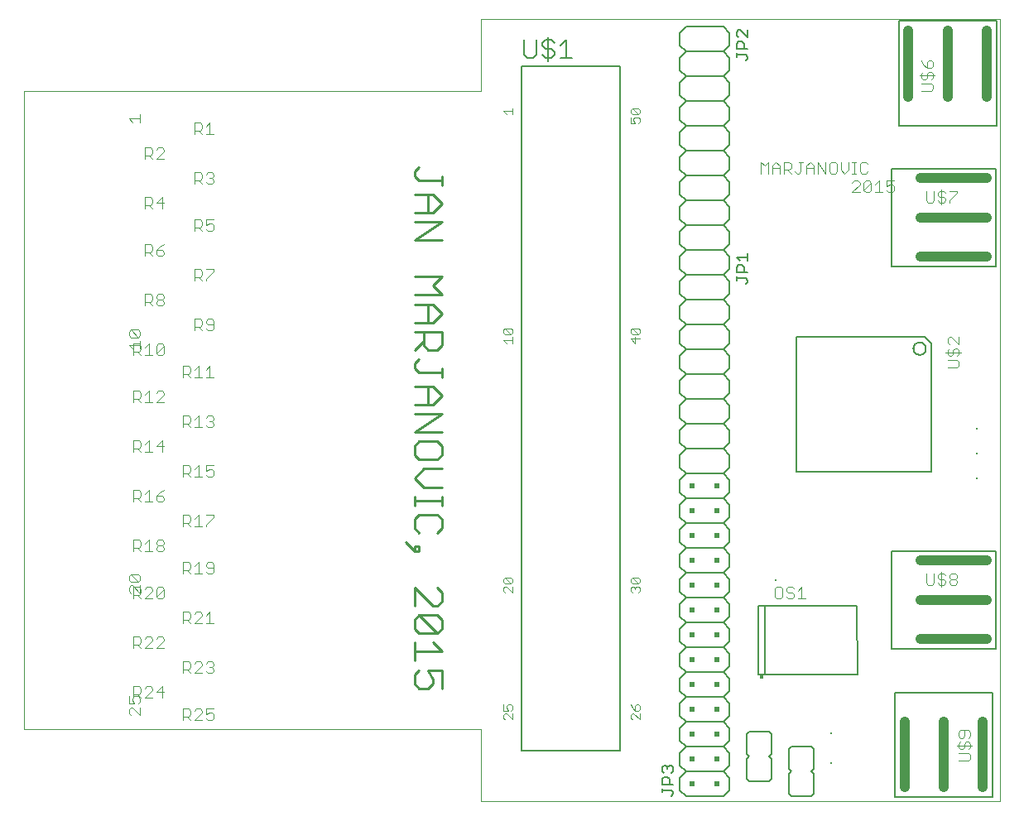
<source format=gto>
G75*
%MOIN*%
%OFA0B0*%
%FSLAX24Y24*%
%IPPOS*%
%LPD*%
%AMOC8*
5,1,8,0,0,1.08239X$1,22.5*
%
%ADD10C,0.0000*%
%ADD11C,0.0040*%
%ADD12C,0.0100*%
%ADD13C,0.0050*%
%ADD14C,0.0060*%
%ADD15C,0.0030*%
%ADD16R,0.0200X0.0200*%
%ADD17C,0.0080*%
%ADD18C,0.0400*%
%ADD19C,0.0157*%
%ADD20R,0.0098X0.0098*%
D10*
X000450Y003000D02*
X018850Y003000D01*
X018850Y000100D01*
X039720Y000100D01*
X039720Y031596D01*
X018850Y031596D01*
X018850Y028700D01*
X000450Y028700D01*
X000450Y003000D01*
D11*
X004653Y003648D02*
X004730Y003571D01*
X004653Y003648D02*
X004653Y003801D01*
X004730Y003878D01*
X004807Y003878D01*
X005114Y003571D01*
X005114Y003878D01*
X005037Y004031D02*
X005114Y004108D01*
X005114Y004261D01*
X005037Y004338D01*
X004884Y004338D01*
X004807Y004261D01*
X004807Y004185D01*
X004884Y004031D01*
X004653Y004031D01*
X004653Y004338D01*
X004839Y004270D02*
X004839Y004730D01*
X005069Y004730D01*
X005146Y004654D01*
X005146Y004500D01*
X005069Y004423D01*
X004839Y004423D01*
X004992Y004423D02*
X005146Y004270D01*
X005299Y004270D02*
X005606Y004577D01*
X005606Y004654D01*
X005529Y004730D01*
X005376Y004730D01*
X005299Y004654D01*
X005299Y004270D02*
X005606Y004270D01*
X005760Y004500D02*
X006067Y004500D01*
X005990Y004270D02*
X005990Y004730D01*
X005760Y004500D01*
X006839Y003830D02*
X007069Y003830D01*
X007146Y003754D01*
X007146Y003600D01*
X007069Y003523D01*
X006839Y003523D01*
X006839Y003370D02*
X006839Y003830D01*
X006992Y003523D02*
X007146Y003370D01*
X007299Y003370D02*
X007606Y003677D01*
X007606Y003754D01*
X007529Y003830D01*
X007376Y003830D01*
X007299Y003754D01*
X007299Y003370D02*
X007606Y003370D01*
X007760Y003447D02*
X007836Y003370D01*
X007990Y003370D01*
X008067Y003447D01*
X008067Y003600D01*
X007990Y003677D01*
X007913Y003677D01*
X007760Y003600D01*
X007760Y003830D01*
X008067Y003830D01*
X007990Y005270D02*
X007836Y005270D01*
X007760Y005347D01*
X007606Y005270D02*
X007299Y005270D01*
X007606Y005577D01*
X007606Y005654D01*
X007529Y005730D01*
X007376Y005730D01*
X007299Y005654D01*
X007146Y005654D02*
X007069Y005730D01*
X006839Y005730D01*
X006839Y005270D01*
X006839Y005423D02*
X007069Y005423D01*
X007146Y005500D01*
X007146Y005654D01*
X006992Y005423D02*
X007146Y005270D01*
X007760Y005654D02*
X007836Y005730D01*
X007990Y005730D01*
X008067Y005654D01*
X008067Y005577D01*
X007990Y005500D01*
X008067Y005423D01*
X008067Y005347D01*
X007990Y005270D01*
X007990Y005500D02*
X007913Y005500D01*
X006067Y006270D02*
X005760Y006270D01*
X006067Y006577D01*
X006067Y006654D01*
X005990Y006730D01*
X005836Y006730D01*
X005760Y006654D01*
X005606Y006654D02*
X005529Y006730D01*
X005376Y006730D01*
X005299Y006654D01*
X005146Y006654D02*
X005069Y006730D01*
X004839Y006730D01*
X004839Y006270D01*
X004839Y006423D02*
X005069Y006423D01*
X005146Y006500D01*
X005146Y006654D01*
X004992Y006423D02*
X005146Y006270D01*
X005299Y006270D02*
X005606Y006577D01*
X005606Y006654D01*
X005606Y006270D02*
X005299Y006270D01*
X006839Y007270D02*
X006839Y007730D01*
X007069Y007730D01*
X007146Y007654D01*
X007146Y007500D01*
X007069Y007423D01*
X006839Y007423D01*
X006992Y007423D02*
X007146Y007270D01*
X007299Y007270D02*
X007606Y007577D01*
X007606Y007654D01*
X007529Y007730D01*
X007376Y007730D01*
X007299Y007654D01*
X007760Y007577D02*
X007913Y007730D01*
X007913Y007270D01*
X007760Y007270D02*
X008067Y007270D01*
X007606Y007270D02*
X007299Y007270D01*
X006067Y008347D02*
X005990Y008270D01*
X005836Y008270D01*
X005760Y008347D01*
X006067Y008654D01*
X006067Y008347D01*
X006067Y008654D02*
X005990Y008730D01*
X005836Y008730D01*
X005760Y008654D01*
X005760Y008347D01*
X005606Y008270D02*
X005299Y008270D01*
X005606Y008577D01*
X005606Y008654D01*
X005529Y008730D01*
X005376Y008730D01*
X005299Y008654D01*
X005146Y008654D02*
X005146Y008500D01*
X005069Y008423D01*
X004839Y008423D01*
X004730Y008492D02*
X004653Y008569D01*
X004653Y008722D01*
X004730Y008799D01*
X004807Y008799D01*
X005114Y008492D01*
X005114Y008799D01*
X005069Y008730D02*
X005146Y008654D01*
X005069Y008730D02*
X004839Y008730D01*
X004839Y008270D01*
X004992Y008423D02*
X005146Y008270D01*
X005037Y008953D02*
X004730Y008953D01*
X004653Y009029D01*
X004653Y009183D01*
X004730Y009259D01*
X005037Y008953D01*
X005114Y009029D01*
X005114Y009183D01*
X005037Y009259D01*
X004730Y009259D01*
X004839Y010170D02*
X004839Y010630D01*
X005069Y010630D01*
X005146Y010554D01*
X005146Y010400D01*
X005069Y010323D01*
X004839Y010323D01*
X004992Y010323D02*
X005146Y010170D01*
X005299Y010170D02*
X005606Y010170D01*
X005453Y010170D02*
X005453Y010630D01*
X005299Y010477D01*
X005760Y010477D02*
X005836Y010400D01*
X005990Y010400D01*
X006067Y010323D01*
X006067Y010247D01*
X005990Y010170D01*
X005836Y010170D01*
X005760Y010247D01*
X005760Y010323D01*
X005836Y010400D01*
X005760Y010477D02*
X005760Y010554D01*
X005836Y010630D01*
X005990Y010630D01*
X006067Y010554D01*
X006067Y010477D01*
X005990Y010400D01*
X006839Y009730D02*
X007069Y009730D01*
X007146Y009654D01*
X007146Y009500D01*
X007069Y009423D01*
X006839Y009423D01*
X006839Y009270D02*
X006839Y009730D01*
X006992Y009423D02*
X007146Y009270D01*
X007299Y009270D02*
X007606Y009270D01*
X007453Y009270D02*
X007453Y009730D01*
X007299Y009577D01*
X007760Y009577D02*
X007836Y009500D01*
X008067Y009500D01*
X008067Y009347D02*
X008067Y009654D01*
X007990Y009730D01*
X007836Y009730D01*
X007760Y009654D01*
X007760Y009577D01*
X007760Y009347D02*
X007836Y009270D01*
X007990Y009270D01*
X008067Y009347D01*
X007760Y011170D02*
X007760Y011247D01*
X008067Y011554D01*
X008067Y011630D01*
X007760Y011630D01*
X007453Y011630D02*
X007453Y011170D01*
X007606Y011170D02*
X007299Y011170D01*
X007146Y011170D02*
X006992Y011323D01*
X007069Y011323D02*
X006839Y011323D01*
X006839Y011170D02*
X006839Y011630D01*
X007069Y011630D01*
X007146Y011554D01*
X007146Y011400D01*
X007069Y011323D01*
X007299Y011477D02*
X007453Y011630D01*
X006067Y012247D02*
X006067Y012323D01*
X005990Y012400D01*
X005760Y012400D01*
X005760Y012247D01*
X005836Y012170D01*
X005990Y012170D01*
X006067Y012247D01*
X005913Y012554D02*
X005760Y012400D01*
X005913Y012554D02*
X006067Y012630D01*
X005606Y012170D02*
X005299Y012170D01*
X005146Y012170D02*
X004992Y012323D01*
X005069Y012323D02*
X004839Y012323D01*
X004839Y012170D02*
X004839Y012630D01*
X005069Y012630D01*
X005146Y012554D01*
X005146Y012400D01*
X005069Y012323D01*
X005299Y012477D02*
X005453Y012630D01*
X005453Y012170D01*
X006839Y013170D02*
X006839Y013630D01*
X007069Y013630D01*
X007146Y013554D01*
X007146Y013400D01*
X007069Y013323D01*
X006839Y013323D01*
X006992Y013323D02*
X007146Y013170D01*
X007299Y013170D02*
X007606Y013170D01*
X007453Y013170D02*
X007453Y013630D01*
X007299Y013477D01*
X007760Y013400D02*
X007760Y013630D01*
X008067Y013630D01*
X007990Y013477D02*
X007913Y013477D01*
X007760Y013400D01*
X007760Y013247D02*
X007836Y013170D01*
X007990Y013170D01*
X008067Y013247D01*
X008067Y013400D01*
X007990Y013477D01*
X007990Y015170D02*
X007836Y015170D01*
X007760Y015247D01*
X007606Y015170D02*
X007299Y015170D01*
X007146Y015170D02*
X006992Y015323D01*
X007069Y015323D02*
X006839Y015323D01*
X006839Y015170D02*
X006839Y015630D01*
X007069Y015630D01*
X007146Y015554D01*
X007146Y015400D01*
X007069Y015323D01*
X007299Y015477D02*
X007453Y015630D01*
X007453Y015170D01*
X007913Y015400D02*
X007990Y015400D01*
X008067Y015323D01*
X008067Y015247D01*
X007990Y015170D01*
X007990Y015400D02*
X008067Y015477D01*
X008067Y015554D01*
X007990Y015630D01*
X007836Y015630D01*
X007760Y015554D01*
X006067Y016170D02*
X005760Y016170D01*
X006067Y016477D01*
X006067Y016554D01*
X005990Y016630D01*
X005836Y016630D01*
X005760Y016554D01*
X005453Y016630D02*
X005453Y016170D01*
X005606Y016170D02*
X005299Y016170D01*
X005146Y016170D02*
X004992Y016323D01*
X005069Y016323D02*
X004839Y016323D01*
X004839Y016170D02*
X004839Y016630D01*
X005069Y016630D01*
X005146Y016554D01*
X005146Y016400D01*
X005069Y016323D01*
X005299Y016477D02*
X005453Y016630D01*
X006839Y017170D02*
X006839Y017630D01*
X007069Y017630D01*
X007146Y017554D01*
X007146Y017400D01*
X007069Y017323D01*
X006839Y017323D01*
X006992Y017323D02*
X007146Y017170D01*
X007299Y017170D02*
X007606Y017170D01*
X007453Y017170D02*
X007453Y017630D01*
X007299Y017477D01*
X007760Y017477D02*
X007913Y017630D01*
X007913Y017170D01*
X007760Y017170D02*
X008067Y017170D01*
X006067Y018147D02*
X005990Y018070D01*
X005836Y018070D01*
X005760Y018147D01*
X006067Y018454D01*
X006067Y018147D01*
X006067Y018454D02*
X005990Y018530D01*
X005836Y018530D01*
X005760Y018454D01*
X005760Y018147D01*
X005606Y018070D02*
X005299Y018070D01*
X005146Y018070D02*
X004992Y018223D01*
X005069Y018223D02*
X004839Y018223D01*
X004807Y018335D02*
X004653Y018488D01*
X005114Y018488D01*
X005146Y018454D02*
X005146Y018300D01*
X005069Y018223D01*
X005114Y018335D02*
X005114Y018642D01*
X005069Y018530D02*
X005146Y018454D01*
X005069Y018530D02*
X004839Y018530D01*
X004839Y018070D01*
X005299Y018377D02*
X005453Y018530D01*
X005453Y018070D01*
X005037Y018795D02*
X004730Y018795D01*
X004653Y018872D01*
X004653Y019025D01*
X004730Y019102D01*
X005037Y018795D01*
X005114Y018872D01*
X005114Y019025D01*
X005037Y019102D01*
X004730Y019102D01*
X005299Y020070D02*
X005299Y020530D01*
X005529Y020530D01*
X005606Y020454D01*
X005606Y020300D01*
X005529Y020223D01*
X005299Y020223D01*
X005453Y020223D02*
X005606Y020070D01*
X005760Y020147D02*
X005760Y020223D01*
X005836Y020300D01*
X005990Y020300D01*
X006067Y020223D01*
X006067Y020147D01*
X005990Y020070D01*
X005836Y020070D01*
X005760Y020147D01*
X005836Y020300D02*
X005760Y020377D01*
X005760Y020454D01*
X005836Y020530D01*
X005990Y020530D01*
X006067Y020454D01*
X006067Y020377D01*
X005990Y020300D01*
X007299Y019530D02*
X007529Y019530D01*
X007606Y019454D01*
X007606Y019300D01*
X007529Y019223D01*
X007299Y019223D01*
X007299Y019070D02*
X007299Y019530D01*
X007453Y019223D02*
X007606Y019070D01*
X007760Y019147D02*
X007836Y019070D01*
X007990Y019070D01*
X008067Y019147D01*
X008067Y019454D01*
X007990Y019530D01*
X007836Y019530D01*
X007760Y019454D01*
X007760Y019377D01*
X007836Y019300D01*
X008067Y019300D01*
X007760Y021070D02*
X007760Y021147D01*
X008067Y021454D01*
X008067Y021530D01*
X007760Y021530D01*
X007606Y021454D02*
X007606Y021300D01*
X007529Y021223D01*
X007299Y021223D01*
X007299Y021070D02*
X007299Y021530D01*
X007529Y021530D01*
X007606Y021454D01*
X007453Y021223D02*
X007606Y021070D01*
X006067Y022147D02*
X006067Y022223D01*
X005990Y022300D01*
X005760Y022300D01*
X005760Y022147D01*
X005836Y022070D01*
X005990Y022070D01*
X006067Y022147D01*
X005913Y022454D02*
X005760Y022300D01*
X005606Y022300D02*
X005529Y022223D01*
X005299Y022223D01*
X005299Y022070D02*
X005299Y022530D01*
X005529Y022530D01*
X005606Y022454D01*
X005606Y022300D01*
X005453Y022223D02*
X005606Y022070D01*
X005913Y022454D02*
X006067Y022530D01*
X007299Y023070D02*
X007299Y023530D01*
X007529Y023530D01*
X007606Y023454D01*
X007606Y023300D01*
X007529Y023223D01*
X007299Y023223D01*
X007453Y023223D02*
X007606Y023070D01*
X007760Y023147D02*
X007836Y023070D01*
X007990Y023070D01*
X008067Y023147D01*
X008067Y023300D01*
X007990Y023377D01*
X007913Y023377D01*
X007760Y023300D01*
X007760Y023530D01*
X008067Y023530D01*
X007990Y024970D02*
X007836Y024970D01*
X007760Y025047D01*
X007606Y024970D02*
X007453Y025123D01*
X007529Y025123D02*
X007299Y025123D01*
X007299Y024970D02*
X007299Y025430D01*
X007529Y025430D01*
X007606Y025354D01*
X007606Y025200D01*
X007529Y025123D01*
X007760Y025354D02*
X007836Y025430D01*
X007990Y025430D01*
X008067Y025354D01*
X008067Y025277D01*
X007990Y025200D01*
X008067Y025123D01*
X008067Y025047D01*
X007990Y024970D01*
X007990Y025200D02*
X007913Y025200D01*
X006067Y025970D02*
X005760Y025970D01*
X006067Y026277D01*
X006067Y026354D01*
X005990Y026430D01*
X005836Y026430D01*
X005760Y026354D01*
X005606Y026354D02*
X005606Y026200D01*
X005529Y026123D01*
X005299Y026123D01*
X005299Y025970D02*
X005299Y026430D01*
X005529Y026430D01*
X005606Y026354D01*
X005453Y026123D02*
X005606Y025970D01*
X005529Y024430D02*
X005606Y024354D01*
X005606Y024200D01*
X005529Y024123D01*
X005299Y024123D01*
X005299Y023970D02*
X005299Y024430D01*
X005529Y024430D01*
X005453Y024123D02*
X005606Y023970D01*
X005760Y024200D02*
X006067Y024200D01*
X005990Y023970D02*
X005990Y024430D01*
X005760Y024200D01*
X007299Y026970D02*
X007299Y027430D01*
X007529Y027430D01*
X007606Y027354D01*
X007606Y027200D01*
X007529Y027123D01*
X007299Y027123D01*
X007453Y027123D02*
X007606Y026970D01*
X007760Y026970D02*
X008067Y026970D01*
X007913Y026970D02*
X007913Y027430D01*
X007760Y027277D01*
X005114Y027456D02*
X005114Y027763D01*
X005114Y027610D02*
X004653Y027610D01*
X004807Y027456D01*
X004839Y014630D02*
X005069Y014630D01*
X005146Y014554D01*
X005146Y014400D01*
X005069Y014323D01*
X004839Y014323D01*
X004839Y014170D02*
X004839Y014630D01*
X004992Y014323D02*
X005146Y014170D01*
X005299Y014170D02*
X005606Y014170D01*
X005453Y014170D02*
X005453Y014630D01*
X005299Y014477D01*
X005760Y014400D02*
X006067Y014400D01*
X005990Y014170D02*
X005990Y014630D01*
X005760Y014400D01*
X030100Y025390D02*
X030100Y025850D01*
X030253Y025697D01*
X030407Y025850D01*
X030407Y025390D01*
X030560Y025390D02*
X030560Y025697D01*
X030714Y025850D01*
X030867Y025697D01*
X030867Y025390D01*
X031021Y025390D02*
X031021Y025850D01*
X031251Y025850D01*
X031328Y025774D01*
X031328Y025620D01*
X031251Y025543D01*
X031021Y025543D01*
X031174Y025543D02*
X031328Y025390D01*
X031481Y025467D02*
X031558Y025390D01*
X031635Y025390D01*
X031711Y025467D01*
X031711Y025850D01*
X031635Y025850D02*
X031788Y025850D01*
X031942Y025697D02*
X031942Y025390D01*
X031942Y025620D02*
X032248Y025620D01*
X032248Y025697D02*
X032248Y025390D01*
X032402Y025390D02*
X032402Y025850D01*
X032709Y025390D01*
X032709Y025850D01*
X032862Y025774D02*
X032862Y025467D01*
X032939Y025390D01*
X033093Y025390D01*
X033169Y025467D01*
X033169Y025774D01*
X033093Y025850D01*
X032939Y025850D01*
X032862Y025774D01*
X033323Y025850D02*
X033323Y025543D01*
X033476Y025390D01*
X033630Y025543D01*
X033630Y025850D01*
X033783Y025850D02*
X033937Y025850D01*
X033860Y025850D02*
X033860Y025390D01*
X033783Y025390D02*
X033937Y025390D01*
X034090Y025467D02*
X034167Y025390D01*
X034320Y025390D01*
X034397Y025467D01*
X034397Y025774D02*
X034320Y025850D01*
X034167Y025850D01*
X034090Y025774D01*
X034090Y025467D01*
X034013Y025100D02*
X033860Y025100D01*
X033783Y025024D01*
X034013Y025100D02*
X034090Y025024D01*
X034090Y024947D01*
X033783Y024640D01*
X034090Y024640D01*
X034244Y024717D02*
X034550Y025024D01*
X034550Y024717D01*
X034474Y024640D01*
X034320Y024640D01*
X034244Y024717D01*
X034244Y025024D01*
X034320Y025100D01*
X034474Y025100D01*
X034550Y025024D01*
X034704Y024947D02*
X034857Y025100D01*
X034857Y024640D01*
X034704Y024640D02*
X035011Y024640D01*
X035164Y024717D02*
X035241Y024640D01*
X035395Y024640D01*
X035471Y024717D01*
X035471Y024870D01*
X035395Y024947D01*
X035318Y024947D01*
X035164Y024870D01*
X035164Y025100D01*
X035471Y025100D01*
X036770Y024680D02*
X036770Y024297D01*
X036847Y024220D01*
X037000Y024220D01*
X037077Y024297D01*
X037077Y024680D01*
X037230Y024604D02*
X037307Y024680D01*
X037461Y024680D01*
X037537Y024604D01*
X037691Y024680D02*
X037998Y024680D01*
X037998Y024604D01*
X037691Y024297D01*
X037691Y024220D01*
X037537Y024297D02*
X037537Y024373D01*
X037461Y024450D01*
X037307Y024450D01*
X037230Y024527D01*
X037230Y024604D01*
X037384Y024757D02*
X037384Y024143D01*
X037307Y024220D02*
X037461Y024220D01*
X037537Y024297D01*
X037307Y024220D02*
X037230Y024297D01*
X032248Y025697D02*
X032095Y025850D01*
X031942Y025697D01*
X030867Y025620D02*
X030560Y025620D01*
X036570Y028720D02*
X036953Y028720D01*
X037030Y028797D01*
X037030Y028950D01*
X036953Y029027D01*
X036570Y029027D01*
X036646Y029180D02*
X036570Y029257D01*
X036570Y029411D01*
X036646Y029487D01*
X036800Y029411D02*
X036877Y029487D01*
X036953Y029487D01*
X037030Y029411D01*
X037030Y029257D01*
X036953Y029180D01*
X036800Y029257D02*
X036723Y029180D01*
X036646Y029180D01*
X036800Y029257D02*
X036800Y029411D01*
X036800Y029641D02*
X036800Y029871D01*
X036877Y029948D01*
X036953Y029948D01*
X037030Y029871D01*
X037030Y029718D01*
X036953Y029641D01*
X036800Y029641D01*
X036646Y029794D01*
X036570Y029948D01*
X036493Y029334D02*
X037107Y029334D01*
X037696Y018809D02*
X037619Y018733D01*
X037619Y018579D01*
X037696Y018502D01*
X037696Y018349D02*
X037619Y018272D01*
X037619Y018119D01*
X037696Y018042D01*
X037773Y018042D01*
X037849Y018119D01*
X037849Y018272D01*
X037926Y018349D01*
X038003Y018349D01*
X038080Y018272D01*
X038080Y018119D01*
X038003Y018042D01*
X038003Y017888D02*
X037619Y017888D01*
X037619Y017582D02*
X038003Y017582D01*
X038080Y017658D01*
X038080Y017812D01*
X038003Y017888D01*
X038156Y018195D02*
X037542Y018195D01*
X038080Y018502D02*
X037773Y018809D01*
X037696Y018809D01*
X038080Y018809D02*
X038080Y018502D01*
X037384Y009357D02*
X037384Y008743D01*
X037307Y008820D02*
X037461Y008820D01*
X037537Y008897D01*
X037537Y008973D01*
X037461Y009050D01*
X037307Y009050D01*
X037230Y009127D01*
X037230Y009204D01*
X037307Y009280D01*
X037461Y009280D01*
X037537Y009204D01*
X037691Y009204D02*
X037691Y009127D01*
X037768Y009050D01*
X037921Y009050D01*
X037998Y008973D01*
X037998Y008897D01*
X037921Y008820D01*
X037768Y008820D01*
X037691Y008897D01*
X037691Y008973D01*
X037768Y009050D01*
X037921Y009050D02*
X037998Y009127D01*
X037998Y009204D01*
X037921Y009280D01*
X037768Y009280D01*
X037691Y009204D01*
X037307Y008820D02*
X037230Y008897D01*
X037077Y008897D02*
X037077Y009280D01*
X036770Y009280D02*
X036770Y008897D01*
X036847Y008820D01*
X037000Y008820D01*
X037077Y008897D01*
X031894Y008279D02*
X031587Y008279D01*
X031741Y008279D02*
X031741Y008740D01*
X031587Y008586D01*
X031434Y008663D02*
X031357Y008740D01*
X031204Y008740D01*
X031127Y008663D01*
X031127Y008586D01*
X031204Y008510D01*
X031357Y008510D01*
X031434Y008433D01*
X031434Y008356D01*
X031357Y008279D01*
X031204Y008279D01*
X031127Y008356D01*
X030973Y008356D02*
X030973Y008663D01*
X030897Y008740D01*
X030743Y008740D01*
X030666Y008663D01*
X030666Y008356D01*
X030743Y008279D01*
X030897Y008279D01*
X030973Y008356D01*
X038070Y002890D02*
X038070Y002736D01*
X038146Y002660D01*
X038223Y002660D01*
X038300Y002736D01*
X038300Y002967D01*
X038453Y002967D02*
X038146Y002967D01*
X038070Y002890D01*
X038453Y002967D02*
X038530Y002890D01*
X038530Y002736D01*
X038453Y002660D01*
X038453Y002506D02*
X038377Y002506D01*
X038300Y002429D01*
X038300Y002276D01*
X038223Y002199D01*
X038146Y002199D01*
X038070Y002276D01*
X038070Y002429D01*
X038146Y002506D01*
X037993Y002353D02*
X038607Y002353D01*
X038530Y002429D02*
X038453Y002506D01*
X038530Y002429D02*
X038530Y002276D01*
X038453Y002199D01*
X038453Y002046D02*
X038070Y002046D01*
X038070Y001739D02*
X038453Y001739D01*
X038530Y001816D01*
X038530Y001969D01*
X038453Y002046D01*
D12*
X017261Y004659D02*
X017261Y005393D01*
X016710Y005393D01*
X016894Y005026D01*
X016894Y004842D01*
X016710Y004659D01*
X016343Y004659D01*
X016160Y004842D01*
X016160Y005209D01*
X016343Y005393D01*
X016160Y005209D01*
X016160Y004842D01*
X016343Y004659D01*
X016710Y004659D01*
X016894Y004842D01*
X016894Y005026D01*
X016710Y005393D01*
X017261Y005393D01*
X017261Y004659D01*
X016160Y005764D02*
X016160Y006498D01*
X016160Y005764D01*
X016160Y006131D02*
X017261Y006131D01*
X016894Y006498D01*
X017261Y006131D01*
X016160Y006131D01*
X016343Y006869D02*
X016160Y007052D01*
X016160Y007419D01*
X016343Y007603D01*
X017077Y006869D01*
X016343Y006869D01*
X016160Y007052D01*
X016160Y007419D01*
X016343Y007603D01*
X017077Y007603D01*
X017261Y007419D01*
X017261Y007052D01*
X017077Y006869D01*
X016343Y007603D01*
X017077Y007603D01*
X017261Y007419D01*
X017261Y007052D01*
X017077Y006869D01*
X016343Y006869D01*
X016160Y007974D02*
X016160Y008708D01*
X016894Y007974D01*
X017077Y007974D01*
X017261Y008157D01*
X017261Y008524D01*
X017077Y008708D01*
X017261Y008524D01*
X017261Y008157D01*
X017077Y007974D01*
X016894Y007974D01*
X016160Y008708D01*
X016160Y007974D01*
X016160Y010182D02*
X016160Y010366D01*
X016343Y010366D01*
X016343Y010182D01*
X016160Y010182D01*
X015793Y010549D01*
X016160Y010182D01*
X016160Y010366D01*
X016343Y010366D01*
X016343Y010182D01*
X016160Y010182D01*
X016343Y010920D02*
X016160Y011104D01*
X016160Y011471D01*
X016343Y011654D01*
X017077Y011654D01*
X017261Y011471D01*
X017261Y011104D01*
X017077Y010920D01*
X017261Y011104D01*
X017261Y011471D01*
X017077Y011654D01*
X016343Y011654D01*
X016160Y011471D01*
X016160Y011104D01*
X016343Y010920D01*
X016160Y012024D02*
X016160Y012391D01*
X016160Y012024D01*
X016160Y012207D02*
X017261Y012207D01*
X016160Y012207D01*
X016527Y012762D02*
X017261Y012762D01*
X016527Y012762D01*
X016160Y013129D01*
X016527Y013496D01*
X017261Y013496D01*
X016527Y013496D01*
X016160Y013129D01*
X016527Y012762D01*
X017261Y012391D02*
X017261Y012024D01*
X017261Y012391D01*
X017077Y013867D02*
X016343Y013867D01*
X016160Y014050D01*
X016160Y014417D01*
X016343Y014601D01*
X017077Y014601D01*
X017261Y014417D01*
X017261Y014050D01*
X017077Y013867D01*
X017261Y014050D01*
X017261Y014417D01*
X017077Y014601D01*
X016343Y014601D01*
X016160Y014417D01*
X016160Y014050D01*
X016343Y013867D01*
X017077Y013867D01*
X017261Y014972D02*
X016160Y014972D01*
X017261Y015706D01*
X016160Y015706D01*
X017261Y015706D01*
X016160Y014972D01*
X017261Y014972D01*
X016894Y016076D02*
X016160Y016076D01*
X016894Y016076D01*
X017261Y016443D01*
X016894Y016810D01*
X016160Y016810D01*
X016894Y016810D01*
X017261Y016443D01*
X016894Y016076D01*
X016710Y016076D02*
X016710Y016810D01*
X016710Y016076D01*
X017261Y017181D02*
X017261Y017548D01*
X017261Y017181D01*
X017261Y017365D02*
X016343Y017365D01*
X016160Y017548D01*
X016160Y017732D01*
X016343Y017915D01*
X016160Y017732D01*
X016160Y017548D01*
X016343Y017365D01*
X017261Y017365D01*
X017077Y018286D02*
X016710Y018286D01*
X016527Y018470D01*
X016527Y019020D01*
X016527Y018470D01*
X016710Y018286D01*
X017077Y018286D01*
X017261Y018470D01*
X017261Y019020D01*
X016160Y019020D01*
X017261Y019020D01*
X017261Y018470D01*
X017077Y018286D01*
X016527Y018653D02*
X016160Y018286D01*
X016527Y018653D01*
X016710Y019391D02*
X016710Y020125D01*
X016710Y019391D01*
X016894Y019391D02*
X016160Y019391D01*
X016894Y019391D01*
X017261Y019758D01*
X016894Y020125D01*
X016160Y020125D01*
X016894Y020125D01*
X017261Y019758D01*
X016894Y019391D01*
X017261Y020496D02*
X016160Y020496D01*
X017261Y020496D01*
X016894Y020863D01*
X017261Y021230D01*
X016160Y021230D01*
X017261Y021230D01*
X016894Y020863D01*
X017261Y020496D01*
X017261Y022706D02*
X016160Y022706D01*
X017261Y023440D01*
X016160Y023440D01*
X017261Y023440D01*
X016160Y022706D01*
X017261Y022706D01*
X016894Y023811D02*
X016160Y023811D01*
X016894Y023811D01*
X017261Y024178D01*
X016894Y024545D01*
X016160Y024545D01*
X016894Y024545D01*
X017261Y024178D01*
X016894Y023811D01*
X016710Y023811D02*
X016710Y024545D01*
X016710Y023811D01*
X017261Y024916D02*
X017261Y025283D01*
X017261Y024916D01*
X017261Y025100D02*
X016343Y025100D01*
X016160Y025283D01*
X016160Y025467D01*
X016343Y025650D01*
X016160Y025467D01*
X016160Y025283D01*
X016343Y025100D01*
X017261Y025100D01*
D13*
X020474Y029700D02*
X020474Y002141D01*
X024450Y002141D01*
X024450Y029700D01*
X020474Y029700D01*
X029125Y030094D02*
X029125Y030244D01*
X029125Y030169D02*
X029500Y030169D01*
X029575Y030094D01*
X029575Y030019D01*
X029500Y029944D01*
X029575Y030404D02*
X029125Y030404D01*
X029125Y030629D01*
X029200Y030704D01*
X029350Y030704D01*
X029425Y030629D01*
X029425Y030404D01*
X029575Y030865D02*
X029275Y031165D01*
X029200Y031165D01*
X029125Y031090D01*
X029125Y030940D01*
X029200Y030865D01*
X029575Y030865D02*
X029575Y031165D01*
X035656Y031531D02*
X039593Y031531D01*
X039593Y027306D01*
X035656Y027306D01*
X035656Y031531D01*
X035356Y025594D02*
X035356Y021657D01*
X039581Y021657D01*
X039581Y025594D01*
X035356Y025594D01*
X029575Y022165D02*
X029575Y021865D01*
X029575Y022015D02*
X029125Y022015D01*
X029275Y021865D01*
X029350Y021704D02*
X029425Y021629D01*
X029425Y021404D01*
X029575Y021404D02*
X029125Y021404D01*
X029125Y021629D01*
X029200Y021704D01*
X029350Y021704D01*
X029125Y021244D02*
X029125Y021094D01*
X029125Y021169D02*
X029500Y021169D01*
X029575Y021094D01*
X029575Y021019D01*
X029500Y020944D01*
X035356Y010194D02*
X035356Y006257D01*
X039581Y006257D01*
X039581Y010194D01*
X035356Y010194D01*
X033973Y007978D02*
X034012Y005222D01*
X030284Y005222D01*
X029985Y005222D01*
X029985Y007978D01*
X033973Y007978D01*
X030284Y007962D02*
X030284Y005222D01*
X026575Y001471D02*
X026575Y001321D01*
X026500Y001246D01*
X026350Y001396D02*
X026350Y001471D01*
X026425Y001546D01*
X026500Y001546D01*
X026575Y001471D01*
X026350Y001471D02*
X026275Y001546D01*
X026200Y001546D01*
X026125Y001471D01*
X026125Y001321D01*
X026200Y001246D01*
X026200Y001086D02*
X026350Y001086D01*
X026425Y001011D01*
X026425Y000785D01*
X026575Y000785D02*
X026125Y000785D01*
X026125Y001011D01*
X026200Y001086D01*
X026125Y000625D02*
X026125Y000475D01*
X026125Y000550D02*
X026500Y000550D01*
X026575Y000475D01*
X026575Y000400D01*
X026500Y000325D01*
X035507Y000269D02*
X035507Y004494D01*
X039444Y004494D01*
X039444Y000269D01*
X035507Y000269D01*
D14*
X032250Y000400D02*
X032150Y000300D01*
X031350Y000300D01*
X031250Y000400D01*
X031250Y001200D01*
X031350Y001300D01*
X031250Y001400D01*
X031250Y002200D01*
X031350Y002300D01*
X032150Y002300D01*
X032250Y002200D01*
X032250Y001400D01*
X032150Y001300D01*
X032250Y001200D01*
X032250Y000400D01*
X030550Y001000D02*
X030550Y001800D01*
X030450Y001900D01*
X030550Y002000D01*
X030550Y002800D01*
X030450Y002900D01*
X029650Y002900D01*
X029550Y002800D01*
X029550Y002000D01*
X029650Y001900D01*
X029550Y001800D01*
X029550Y001000D01*
X029650Y000900D01*
X030450Y000900D01*
X030550Y001000D01*
X028850Y001050D02*
X028850Y000550D01*
X028600Y000300D01*
X027100Y000300D01*
X026850Y000550D01*
X026850Y001050D01*
X027100Y001300D01*
X028600Y001300D01*
X028850Y001550D01*
X028850Y002050D01*
X028600Y002300D01*
X027100Y002300D01*
X026850Y002550D01*
X026850Y003050D01*
X027100Y003300D01*
X028600Y003300D01*
X028850Y003550D01*
X028850Y004050D01*
X028600Y004300D01*
X027100Y004300D01*
X026850Y004550D01*
X026850Y005050D01*
X027100Y005300D01*
X028600Y005300D01*
X028850Y005550D01*
X028850Y006050D01*
X028600Y006300D01*
X027100Y006300D01*
X026850Y006550D01*
X026850Y007050D01*
X027100Y007300D01*
X028600Y007300D01*
X028850Y007050D01*
X028850Y006550D01*
X028600Y006300D01*
X028600Y005300D02*
X028850Y005050D01*
X028850Y004550D01*
X028600Y004300D01*
X028600Y003300D02*
X028850Y003050D01*
X028850Y002550D01*
X028600Y002300D01*
X028600Y001300D02*
X028850Y001050D01*
X027100Y001300D02*
X026850Y001550D01*
X026850Y002050D01*
X027100Y002300D01*
X027100Y003300D02*
X026850Y003550D01*
X026850Y004050D01*
X027100Y004300D01*
X027100Y005300D02*
X026850Y005550D01*
X026850Y006050D01*
X027100Y006300D01*
X027100Y007300D02*
X026850Y007550D01*
X026850Y008050D01*
X027100Y008300D01*
X028600Y008300D01*
X028850Y008050D01*
X028850Y007550D01*
X028600Y007300D01*
X028600Y008300D02*
X028850Y008550D01*
X028850Y009050D01*
X028600Y009300D01*
X027100Y009300D01*
X026850Y009550D01*
X026850Y010050D01*
X027100Y010300D01*
X028600Y010300D01*
X028850Y010050D01*
X028850Y009550D01*
X028600Y009300D01*
X028600Y010300D02*
X028850Y010550D01*
X028850Y011050D01*
X028600Y011300D01*
X027100Y011300D01*
X026850Y011550D01*
X026850Y012050D01*
X027100Y012300D01*
X026850Y012550D01*
X026850Y013050D01*
X027100Y013300D01*
X028600Y013300D01*
X028850Y013050D01*
X028850Y012550D01*
X028600Y012300D01*
X027100Y012300D01*
X027100Y011300D02*
X026850Y011050D01*
X026850Y010550D01*
X027100Y010300D01*
X027100Y009300D02*
X026850Y009050D01*
X026850Y008550D01*
X027100Y008300D01*
X028600Y011300D02*
X028850Y011550D01*
X028850Y012050D01*
X028600Y012300D01*
X028600Y013300D02*
X027100Y013300D01*
X026850Y013550D01*
X026850Y014050D01*
X027100Y014300D01*
X028600Y014300D01*
X028850Y014050D01*
X028850Y013550D01*
X028600Y013300D01*
X028600Y014300D02*
X028850Y014550D01*
X028850Y015050D01*
X028600Y015300D01*
X027100Y015300D01*
X026850Y015550D01*
X026850Y016050D01*
X027100Y016300D01*
X028600Y016300D01*
X028850Y016050D01*
X028850Y015550D01*
X028600Y015300D01*
X028600Y016300D02*
X028850Y016550D01*
X028850Y017050D01*
X028600Y017300D01*
X027100Y017300D01*
X026850Y017050D01*
X026850Y016550D01*
X027100Y016300D01*
X027100Y015300D02*
X026850Y015050D01*
X026850Y014550D01*
X027100Y014300D01*
X027100Y017300D02*
X026850Y017550D01*
X026850Y018050D01*
X027100Y018300D01*
X028600Y018300D01*
X028850Y018050D01*
X028850Y017550D01*
X028600Y017300D01*
X028600Y018300D02*
X028850Y018550D01*
X028850Y019050D01*
X028600Y019300D01*
X027100Y019300D01*
X026850Y019050D01*
X026850Y018550D01*
X027100Y018300D01*
X027100Y019300D02*
X026850Y019550D01*
X026850Y020050D01*
X027100Y020300D01*
X028600Y020300D01*
X028850Y020050D01*
X028850Y019550D01*
X028600Y019300D01*
X028600Y020300D02*
X028850Y020550D01*
X028850Y021050D01*
X028600Y021300D01*
X027100Y021300D01*
X026850Y021050D01*
X026850Y020550D01*
X027100Y020300D01*
X027100Y021300D02*
X026850Y021550D01*
X026850Y022050D01*
X027100Y022300D01*
X028600Y022300D01*
X028850Y022550D01*
X028850Y023050D01*
X028600Y023300D01*
X027100Y023300D01*
X026850Y023050D01*
X026850Y022550D01*
X027100Y022300D01*
X028600Y022300D01*
X028850Y022050D01*
X028850Y021550D01*
X028600Y021300D01*
X028600Y023300D02*
X028850Y023550D01*
X028850Y024050D01*
X028600Y024300D01*
X027100Y024300D01*
X026850Y024550D01*
X026850Y025050D01*
X027100Y025300D01*
X028600Y025300D01*
X028850Y025050D01*
X028850Y024550D01*
X028600Y024300D01*
X028600Y025300D02*
X028850Y025550D01*
X028850Y026050D01*
X028600Y026300D01*
X027100Y026300D01*
X026850Y026050D01*
X026850Y025550D01*
X027100Y025300D01*
X027100Y024300D02*
X026850Y024050D01*
X026850Y023550D01*
X027100Y023300D01*
X027100Y026300D02*
X026850Y026550D01*
X026850Y027050D01*
X027100Y027300D01*
X028600Y027300D01*
X028850Y027050D01*
X028850Y026550D01*
X028600Y026300D01*
X028600Y027300D02*
X028850Y027550D01*
X028850Y028050D01*
X028600Y028300D01*
X027100Y028300D01*
X026850Y028050D01*
X026850Y027550D01*
X027100Y027300D01*
X027100Y028300D02*
X026850Y028550D01*
X026850Y029050D01*
X027100Y029300D01*
X028600Y029300D01*
X028850Y029050D01*
X028850Y028550D01*
X028600Y028300D01*
X028600Y029300D02*
X028850Y029550D01*
X028850Y030050D01*
X028600Y030300D01*
X027100Y030300D01*
X026850Y030050D01*
X026850Y029550D01*
X027100Y029300D01*
X027100Y030300D02*
X026850Y030550D01*
X026850Y031050D01*
X027100Y031300D01*
X028600Y031300D01*
X028850Y031050D01*
X028850Y030550D01*
X028600Y030300D01*
X022518Y030045D02*
X022032Y030045D01*
X022275Y030045D02*
X022275Y030773D01*
X022032Y030530D01*
X021793Y030652D02*
X021671Y030773D01*
X021429Y030773D01*
X021307Y030652D01*
X021307Y030530D01*
X021429Y030409D01*
X021671Y030409D01*
X021793Y030288D01*
X021793Y030166D01*
X021671Y030045D01*
X021429Y030045D01*
X021307Y030166D01*
X021068Y030166D02*
X020946Y030045D01*
X020704Y030045D01*
X020582Y030166D01*
X020582Y030773D01*
X021068Y030773D02*
X021068Y030166D01*
X021550Y029924D02*
X021550Y030894D01*
D15*
X020104Y028020D02*
X020104Y027778D01*
X020104Y027899D02*
X019740Y027899D01*
X019862Y027778D01*
X024858Y027838D02*
X024858Y027960D01*
X024919Y028020D01*
X025162Y027778D01*
X025222Y027838D01*
X025222Y027960D01*
X025162Y028020D01*
X024919Y028020D01*
X024858Y027838D02*
X024919Y027778D01*
X025162Y027778D01*
X025162Y027658D02*
X025222Y027597D01*
X025222Y027476D01*
X025162Y027415D01*
X025040Y027415D02*
X024980Y027537D01*
X024980Y027597D01*
X025040Y027658D01*
X025162Y027658D01*
X025040Y027415D02*
X024858Y027415D01*
X024858Y027658D01*
X024919Y019162D02*
X025162Y018919D01*
X025222Y018980D01*
X025222Y019101D01*
X025162Y019162D01*
X024919Y019162D01*
X024858Y019101D01*
X024858Y018980D01*
X024919Y018919D01*
X025162Y018919D01*
X025040Y018800D02*
X025040Y018557D01*
X024858Y018739D01*
X025222Y018739D01*
X020104Y018800D02*
X020104Y018557D01*
X020104Y018678D02*
X019740Y018678D01*
X019862Y018557D01*
X019801Y018919D02*
X019740Y018980D01*
X019740Y019101D01*
X019801Y019162D01*
X020044Y018919D01*
X020104Y018980D01*
X020104Y019101D01*
X020044Y019162D01*
X019801Y019162D01*
X019801Y018919D02*
X020044Y018919D01*
X020044Y009123D02*
X019801Y009123D01*
X020044Y008880D01*
X020104Y008941D01*
X020104Y009062D01*
X020044Y009123D01*
X020044Y008880D02*
X019801Y008880D01*
X019740Y008941D01*
X019740Y009062D01*
X019801Y009123D01*
X019801Y008760D02*
X019740Y008700D01*
X019740Y008578D01*
X019801Y008518D01*
X019801Y008760D02*
X019862Y008760D01*
X020104Y008518D01*
X020104Y008760D01*
X024858Y008700D02*
X024919Y008760D01*
X024980Y008760D01*
X025040Y008700D01*
X025101Y008760D01*
X025162Y008760D01*
X025222Y008700D01*
X025222Y008578D01*
X025162Y008518D01*
X025040Y008639D02*
X025040Y008700D01*
X024858Y008700D02*
X024858Y008578D01*
X024919Y008518D01*
X024919Y008880D02*
X024858Y008941D01*
X024858Y009062D01*
X024919Y009123D01*
X025162Y008880D01*
X025222Y008941D01*
X025222Y009062D01*
X025162Y009123D01*
X024919Y009123D01*
X024919Y008880D02*
X025162Y008880D01*
X025162Y004005D02*
X025101Y004005D01*
X025040Y003944D01*
X025040Y003762D01*
X025162Y003762D01*
X025222Y003823D01*
X025222Y003944D01*
X025162Y004005D01*
X024919Y003883D02*
X025040Y003762D01*
X024980Y003642D02*
X024919Y003642D01*
X024858Y003581D01*
X024858Y003460D01*
X024919Y003399D01*
X024980Y003642D02*
X025222Y003399D01*
X025222Y003642D01*
X024919Y003883D02*
X024858Y004005D01*
X020104Y003944D02*
X020104Y003823D01*
X020044Y003762D01*
X019922Y003762D02*
X019862Y003883D01*
X019862Y003944D01*
X019922Y004005D01*
X020044Y004005D01*
X020104Y003944D01*
X019922Y003762D02*
X019740Y003762D01*
X019740Y004005D01*
X019801Y003642D02*
X019740Y003581D01*
X019740Y003460D01*
X019801Y003399D01*
X019801Y003642D02*
X019862Y003642D01*
X020104Y003399D01*
X020104Y003642D01*
D16*
X027350Y003800D03*
X027350Y002800D03*
X027350Y001800D03*
X027350Y000800D03*
X028350Y000800D03*
X028350Y001800D03*
X028350Y002800D03*
X028350Y003800D03*
X028350Y004800D03*
X028350Y005800D03*
X028350Y006800D03*
X028350Y007800D03*
X028350Y008800D03*
X028350Y009800D03*
X027350Y009800D03*
X027350Y008800D03*
X027350Y007800D03*
X027350Y006800D03*
X027350Y005800D03*
X027350Y004800D03*
X027350Y010800D03*
X027350Y011800D03*
X027350Y012800D03*
X028350Y012800D03*
X028350Y011800D03*
X028350Y010800D03*
D17*
X031534Y013373D02*
X036966Y013373D01*
X036966Y018549D01*
X036711Y018804D01*
X031534Y018804D01*
X031534Y013373D01*
X036250Y018338D02*
X036252Y018369D01*
X036258Y018400D01*
X036268Y018430D01*
X036281Y018458D01*
X036298Y018485D01*
X036318Y018509D01*
X036341Y018531D01*
X036366Y018549D01*
X036394Y018564D01*
X036423Y018576D01*
X036453Y018584D01*
X036484Y018588D01*
X036516Y018588D01*
X036547Y018584D01*
X036577Y018576D01*
X036606Y018564D01*
X036634Y018549D01*
X036659Y018531D01*
X036682Y018509D01*
X036702Y018485D01*
X036719Y018458D01*
X036732Y018430D01*
X036742Y018400D01*
X036748Y018369D01*
X036750Y018338D01*
X036748Y018307D01*
X036742Y018276D01*
X036732Y018246D01*
X036719Y018218D01*
X036702Y018191D01*
X036682Y018167D01*
X036659Y018145D01*
X036634Y018127D01*
X036606Y018112D01*
X036577Y018100D01*
X036547Y018092D01*
X036516Y018088D01*
X036484Y018088D01*
X036453Y018092D01*
X036423Y018100D01*
X036394Y018112D01*
X036366Y018127D01*
X036341Y018145D01*
X036318Y018167D01*
X036298Y018191D01*
X036281Y018218D01*
X036268Y018246D01*
X036258Y018276D01*
X036252Y018307D01*
X036250Y018338D01*
D18*
X036537Y022050D02*
X039187Y022050D01*
X039187Y023625D02*
X036537Y023625D01*
X036537Y025200D02*
X039187Y025200D01*
X039200Y028487D02*
X039200Y031137D01*
X037625Y031137D02*
X037625Y028487D01*
X036050Y028487D02*
X036050Y031137D01*
X036537Y009800D02*
X039187Y009800D01*
X039187Y008225D02*
X036537Y008225D01*
X036537Y006650D02*
X039187Y006650D01*
X039050Y003313D02*
X039050Y000663D01*
X037475Y000663D02*
X037475Y003313D01*
X035900Y003313D02*
X035900Y000663D01*
D19*
X030142Y005104D03*
D20*
X032950Y002849D03*
X032950Y001649D03*
X030701Y009000D03*
X038799Y013100D03*
X038799Y014100D03*
X038799Y015100D03*
M02*

</source>
